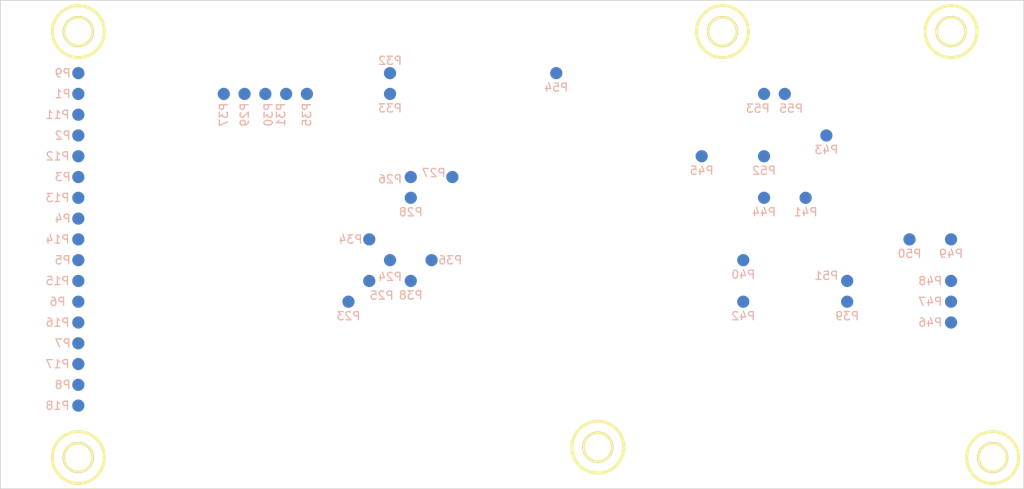
<source format=kicad_pcb>
(kicad_pcb (version 3) (host pcbnew "(2013-jul-07)-stable")

  (general
    (links 0)
    (no_connects 0)
    (area 59.004999 27.4574 185.2676 91.2876)
    (thickness 1.6)
    (drawings 7)
    (tracks 0)
    (zones 0)
    (modules 56)
    (nets 51)
  )

  (page A3)
  (layers
    (15 F.Cu signal)
    (2 Inner2.Cu power)
    (1 Inner1.Cu power)
    (0 B.Cu signal)
    (16 B.Adhes user)
    (17 F.Adhes user)
    (18 B.Paste user)
    (19 F.Paste user)
    (20 B.SilkS user)
    (21 F.SilkS user)
    (22 B.Mask user)
    (23 F.Mask user)
    (24 Dwgs.User user)
    (25 Cmts.User user)
    (26 Eco1.User user)
    (27 Eco2.User user)
    (28 Edge.Cuts user)
  )

  (setup
    (last_trace_width 0.254)
    (trace_clearance 0.2032)
    (zone_clearance 0.254)
    (zone_45_only no)
    (trace_min 0.254)
    (segment_width 0.15)
    (edge_width 0.1)
    (via_size 0.889)
    (via_drill 0.635)
    (via_min_size 0.889)
    (via_min_drill 0.508)
    (uvia_size 0.508)
    (uvia_drill 0.127)
    (uvias_allowed no)
    (uvia_min_size 0.508)
    (uvia_min_drill 0.127)
    (pcb_text_width 0.3)
    (pcb_text_size 1.5 1.5)
    (mod_edge_width 0.15)
    (mod_text_size 1 1)
    (mod_text_width 0.15)
    (pad_size 3.7973 3.7973)
    (pad_drill 3.175)
    (pad_to_mask_clearance 0)
    (aux_axis_origin 0 0)
    (visible_elements 7FFFFFFF)
    (pcbplotparams
      (layerselection 3178497)
      (usegerberextensions true)
      (excludeedgelayer true)
      (linewidth 0.150000)
      (plotframeref false)
      (viasonmask false)
      (mode 1)
      (useauxorigin false)
      (hpglpennumber 1)
      (hpglpenspeed 20)
      (hpglpendiameter 15)
      (hpglpenoverlay 2)
      (psnegative false)
      (psa4output false)
      (plotreference true)
      (plotvalue true)
      (plotothertext true)
      (plotinvisibletext false)
      (padsonsilk false)
      (subtractmaskfromsilk false)
      (outputformat 1)
      (mirror false)
      (drillshape 1)
      (scaleselection 1)
      (outputdirectory ""))
  )

  (net 0 "")
  (net 1 +3.3V)
  (net 2 +5V)
  (net 3 /3.3V_ISO)
  (net 4 /ADS129x_CLK_ISO)
  (net 5 /ADS129x_DAISY_IN_ISO)
  (net 6 /ADS129x_DOUT)
  (net 7 /ADS129x_DOUT_ISO)
  (net 8 /ADS129x_GPIO1_ISO)
  (net 9 /ADS129x_GPIO2_ISO)
  (net 10 /ADS129x_GPIO3_ISO)
  (net 11 /ADS129x_GPIO4_ISO)
  (net 12 /ADS129x_MOSI_ISO)
  (net 13 /ADS129x_SCLK_ISO)
  (net 14 /ADS129x_~CS~)
  (net 15 /ADS129x_~CS~_ISO)
  (net 16 /ADS129x_~DRDY~)
  (net 17 /ADS129x_~DRDY~_ISO)
  (net 18 /ARDUINO_VCC)
  (net 19 /BIASINV)
  (net 20 /BIASOUT_FILT)
  (net 21 /DGND_ISO)
  (net 22 /IN1N)
  (net 23 /IN1P)
  (net 24 /IN2N)
  (net 25 /IN2P)
  (net 26 /IN3N)
  (net 27 /IN3P)
  (net 28 /IN4N)
  (net 29 /IN4P)
  (net 30 /IN5N)
  (net 31 /IN5P)
  (net 32 /IN6N)
  (net 33 /IN6P)
  (net 34 /IN7N)
  (net 35 /IN7P)
  (net 36 /IN8N)
  (net 37 /IN8P)
  (net 38 /MASTER)
  (net 39 /MASTER_AND_MASTER_CS)
  (net 40 /MASTER_ISO)
  (net 41 /MASTER_~CS~)
  (net 42 /MASTER_~DRDY~)
  (net 43 /MISO)
  (net 44 /MOSI)
  (net 45 /SCLK)
  (net 46 /SLAVE_AND_SLAVE_CS)
  (net 47 /SLAVE_~CS~)
  (net 48 /VIN_ISO)
  (net 49 /~MASTER~)
  (net 50 GND)

  (net_class Default "This is the default net class."
    (clearance 0.2032)
    (trace_width 0.254)
    (via_dia 0.889)
    (via_drill 0.635)
    (uvia_dia 0.508)
    (uvia_drill 0.127)
    (add_net "")
    (add_net /ADS129x_CLK_ISO)
    (add_net /ADS129x_DAISY_IN_ISO)
    (add_net /ADS129x_DOUT)
    (add_net /ADS129x_DOUT_ISO)
    (add_net /ADS129x_GPIO1_ISO)
    (add_net /ADS129x_GPIO2_ISO)
    (add_net /ADS129x_GPIO3_ISO)
    (add_net /ADS129x_GPIO4_ISO)
    (add_net /ADS129x_MOSI_ISO)
    (add_net /ADS129x_SCLK_ISO)
    (add_net /ADS129x_~CS~)
    (add_net /ADS129x_~CS~_ISO)
    (add_net /ADS129x_~DRDY~)
    (add_net /ADS129x_~DRDY~_ISO)
    (add_net /BIASINV)
    (add_net /BIASOUT_FILT)
    (add_net /IN1N)
    (add_net /IN1P)
    (add_net /IN2N)
    (add_net /IN2P)
    (add_net /IN3N)
    (add_net /IN3P)
    (add_net /IN4N)
    (add_net /IN4P)
    (add_net /IN5N)
    (add_net /IN5P)
    (add_net /IN6N)
    (add_net /IN6P)
    (add_net /IN7N)
    (add_net /IN7P)
    (add_net /IN8N)
    (add_net /IN8P)
    (add_net /MASTER)
    (add_net /MASTER_AND_MASTER_CS)
    (add_net /MASTER_ISO)
    (add_net /MASTER_~CS~)
    (add_net /MASTER_~DRDY~)
    (add_net /MISO)
    (add_net /MOSI)
    (add_net /SCLK)
    (add_net /SLAVE_AND_SLAVE_CS)
    (add_net /SLAVE_~CS~)
    (add_net /~MASTER~)
  )

  (net_class Power ""
    (clearance 0.2032)
    (trace_width 0.508)
    (via_dia 0.889)
    (via_drill 0.635)
    (uvia_dia 0.508)
    (uvia_drill 0.127)
    (add_net +3.3V)
    (add_net +5V)
    (add_net /3.3V_ISO)
    (add_net /ARDUINO_VCC)
    (add_net /DGND_ISO)
    (add_net /VIN_ISO)
    (add_net GND)
  )

  (module Hole_M3 (layer F.Cu) (tedit 54F36482) (tstamp 54FB5415)
    (at 132.08 83.82)
    (path Hole_M3)
    (fp_text reference Hole_M3 (at 0 -4.445) (layer F.SilkS) hide
      (effects (font (size 1.524 1.524) (thickness 0.3048)))
    )
    (fp_text value VAL** (at 0 5.08) (layer F.SilkS) hide
      (effects (font (size 1.524 1.524) (thickness 0.3048)))
    )
    (fp_circle (center 0 0) (end 0 3.175) (layer F.SilkS) (width 0.381))
    (pad "" np_thru_hole circle (at 0 0) (size 3.7973 3.7973) (drill 3.175)
      (layers *.Cu *.Mask F.SilkS)
    )
  )

  (module Hole_M3 (layer F.Cu) (tedit 54F36482) (tstamp 54FB540A)
    (at 175.26 33.02)
    (path Hole_M3)
    (fp_text reference Hole_M3 (at 0 -4.445) (layer F.SilkS) hide
      (effects (font (size 1.524 1.524) (thickness 0.3048)))
    )
    (fp_text value VAL** (at 0 5.08) (layer F.SilkS) hide
      (effects (font (size 1.524 1.524) (thickness 0.3048)))
    )
    (fp_circle (center 0 0) (end 0 3.175) (layer F.SilkS) (width 0.381))
    (pad "" np_thru_hole circle (at 0 0) (size 3.7973 3.7973) (drill 3.175)
      (layers *.Cu *.Mask F.SilkS)
    )
  )

  (module Hole_M3 (layer F.Cu) (tedit 54F36482) (tstamp 54FB53F4)
    (at 180.34 85.09)
    (path Hole_M3)
    (fp_text reference Hole_M3 (at 0 -4.445) (layer F.SilkS) hide
      (effects (font (size 1.524 1.524) (thickness 0.3048)))
    )
    (fp_text value VAL** (at 0 5.08) (layer F.SilkS) hide
      (effects (font (size 1.524 1.524) (thickness 0.3048)))
    )
    (fp_circle (center 0 0) (end 0 3.175) (layer F.SilkS) (width 0.381))
    (pad "" np_thru_hole circle (at 0 0) (size 3.7973 3.7973) (drill 3.175)
      (layers *.Cu *.Mask F.SilkS)
    )
  )

  (module Hole_M3 (layer F.Cu) (tedit 54F36482) (tstamp 54FAF489)
    (at 68.58 33.02)
    (path Hole_M3)
    (fp_text reference Hole_M3 (at 0 -4.445) (layer F.SilkS) hide
      (effects (font (size 1.524 1.524) (thickness 0.3048)))
    )
    (fp_text value VAL** (at 0 5.08) (layer F.SilkS) hide
      (effects (font (size 1.524 1.524) (thickness 0.3048)))
    )
    (fp_circle (center 0 0) (end 0 3.175) (layer F.SilkS) (width 0.381))
    (pad "" np_thru_hole circle (at 0 0) (size 3.7973 3.7973) (drill 3.175)
      (layers *.Cu *.Mask F.SilkS)
    )
  )

  (module Hole_M3 (layer F.Cu) (tedit 54F3646A) (tstamp 54F35714)
    (at 68.58 85.09)
    (path Hole_M3)
    (fp_text reference Hole_M3 (at 0 -4.445) (layer F.SilkS) hide
      (effects (font (size 1.524 1.524) (thickness 0.3048)))
    )
    (fp_text value VAL** (at 0 5.08) (layer F.SilkS) hide
      (effects (font (size 1.524 1.524) (thickness 0.3048)))
    )
    (fp_circle (center 0 0) (end 0 3.175) (layer F.SilkS) (width 0.381))
    (pad "" np_thru_hole circle (at 0 0) (size 3.7973 3.7973) (drill 3.175)
      (layers *.Cu *.Mask F.SilkS)
    )
  )

  (module Hole_M3 (layer F.Cu) (tedit 54F36482) (tstamp 54F35667)
    (at 147.32 33.02)
    (path Hole_M3)
    (fp_text reference Hole_M3 (at 0 -4.445) (layer F.SilkS) hide
      (effects (font (size 1.524 1.524) (thickness 0.3048)))
    )
    (fp_text value VAL** (at 0 5.08) (layer F.SilkS) hide
      (effects (font (size 1.524 1.524) (thickness 0.3048)))
    )
    (fp_circle (center 0 0) (end 0 3.175) (layer F.SilkS) (width 0.381))
    (pad "" np_thru_hole circle (at 0 0) (size 3.7973 3.7973) (drill 3.175)
      (layers *.Cu *.Mask F.SilkS)
    )
  )

  (module POGO_PAD (layer B.Cu) (tedit 54FA5F50) (tstamp 548C672C)
    (at 68.58 71.12)
    (path /544BA2E1)
    (fp_text reference P7 (at -1.905 0) (layer B.SilkS)
      (effects (font (size 1 1) (thickness 0.15)) (justify mirror))
    )
    (fp_text value CONN_1 (at 0 -1.725) (layer B.SilkS) hide
      (effects (font (size 1 1) (thickness 0.15)) (justify mirror))
    )
    (pad 1 smd circle (at 0 0) (size 1.5 1.5)
      (layers B.Cu B.Paste B.Mask)
      (net 24 /IN2N)
    )
  )

  (module POGO_PAD (layer B.Cu) (tedit 54FA5F5D) (tstamp 548C6731)
    (at 68.58 76.2)
    (path /544BA2E7)
    (fp_text reference P8 (at -1.905 0) (layer B.SilkS)
      (effects (font (size 1 1) (thickness 0.15)) (justify mirror))
    )
    (fp_text value CONN_1 (at 0 -1.725) (layer B.SilkS) hide
      (effects (font (size 1 1) (thickness 0.15)) (justify mirror))
    )
    (pad 1 smd circle (at 0 0) (size 1.5 1.5)
      (layers B.Cu B.Paste B.Mask)
      (net 22 /IN1N)
    )
  )

  (module POGO_PAD (layer B.Cu) (tedit 54FA5F3C) (tstamp 548C6736)
    (at 68.58 63.5)
    (path /544BA305)
    (fp_text reference P15 (at -2.54 0) (layer B.SilkS)
      (effects (font (size 1 1) (thickness 0.15)) (justify mirror))
    )
    (fp_text value CONN_1 (at 0 -1.725) (layer B.SilkS) hide
      (effects (font (size 1 1) (thickness 0.15)) (justify mirror))
    )
    (pad 1 smd circle (at 0 0) (size 1.5 1.5)
      (layers B.Cu B.Paste B.Mask)
      (net 29 /IN4P)
    )
  )

  (module POGO_PAD (layer B.Cu) (tedit 54FA5EE0) (tstamp 54FA6130)
    (at 68.58 43.18)
    (path /544BA2ED)
    (fp_text reference P11 (at -2.54 0) (layer B.SilkS)
      (effects (font (size 1 1) (thickness 0.15)) (justify mirror))
    )
    (fp_text value CONN_1 (at 0 -1.725) (layer B.SilkS) hide
      (effects (font (size 1 1) (thickness 0.15)) (justify mirror))
    )
    (pad 1 smd circle (at 0 0) (size 1.5 1.5)
      (layers B.Cu B.Paste B.Mask)
      (net 37 /IN8P)
    )
  )

  (module POGO_PAD (layer B.Cu) (tedit 54FA5EEB) (tstamp 548C6740)
    (at 68.58 48.26)
    (path /544BA2F3)
    (fp_text reference P12 (at -2.54 0) (layer B.SilkS)
      (effects (font (size 1 1) (thickness 0.15)) (justify mirror))
    )
    (fp_text value CONN_1 (at 0 -1.725) (layer B.SilkS) hide
      (effects (font (size 1 1) (thickness 0.15)) (justify mirror))
    )
    (pad 1 smd circle (at 0 0) (size 1.5 1.5)
      (layers B.Cu B.Paste B.Mask)
      (net 35 /IN7P)
    )
  )

  (module POGO_PAD (layer B.Cu) (tedit 54FA5EF7) (tstamp 548C6745)
    (at 68.58 53.34)
    (path /544BA2F9)
    (fp_text reference P13 (at -2.54 0) (layer B.SilkS)
      (effects (font (size 1 1) (thickness 0.15)) (justify mirror))
    )
    (fp_text value CONN_1 (at 0 -1.725) (layer B.SilkS) hide
      (effects (font (size 1 1) (thickness 0.15)) (justify mirror))
    )
    (pad 1 smd circle (at 0 0) (size 1.5 1.5)
      (layers B.Cu B.Paste B.Mask)
      (net 33 /IN6P)
    )
  )

  (module POGO_PAD (layer B.Cu) (tedit 54FA5F37) (tstamp 548C674A)
    (at 68.58 58.42)
    (path /544BA2FF)
    (fp_text reference P14 (at -2.54 0) (layer B.SilkS)
      (effects (font (size 1 1) (thickness 0.15)) (justify mirror))
    )
    (fp_text value CONN_1 (at 0 -1.725) (layer B.SilkS) hide
      (effects (font (size 1 1) (thickness 0.15)) (justify mirror))
    )
    (pad 1 smd circle (at 0 0) (size 1.5 1.5)
      (layers B.Cu B.Paste B.Mask)
      (net 31 /IN5P)
    )
  )

  (module POGO_PAD (layer B.Cu) (tedit 545E35FF) (tstamp 548C674F)
    (at 170.18 58.42)
    (path /544BA597)
    (fp_text reference P50 (at 0 1.75) (layer B.SilkS)
      (effects (font (size 1 1) (thickness 0.15)) (justify mirror))
    )
    (fp_text value CONN_1 (at 0 -1.725) (layer B.SilkS) hide
      (effects (font (size 1 1) (thickness 0.15)) (justify mirror))
    )
    (pad 1 smd circle (at 0 0) (size 1.5 1.5)
      (layers B.Cu B.Paste B.Mask)
      (net 41 /MASTER_~CS~)
    )
  )

  (module POGO_PAD (layer B.Cu) (tedit 54FA5F31) (tstamp 548C6754)
    (at 68.58 66.04)
    (path /544BA2DB)
    (fp_text reference P6 (at -2.54 0) (layer B.SilkS)
      (effects (font (size 1 1) (thickness 0.15)) (justify mirror))
    )
    (fp_text value CONN_1 (at 0 -1.725) (layer B.SilkS) hide
      (effects (font (size 1 1) (thickness 0.15)) (justify mirror))
    )
    (pad 1 smd circle (at 0 0) (size 1.5 1.5)
      (layers B.Cu B.Paste B.Mask)
      (net 26 /IN3N)
    )
  )

  (module POGO_PAD (layer B.Cu) (tedit 54FA5F3A) (tstamp 548C6759)
    (at 68.58 60.96)
    (path /544BA2D5)
    (fp_text reference P5 (at -1.905 0) (layer B.SilkS)
      (effects (font (size 1 1) (thickness 0.15)) (justify mirror))
    )
    (fp_text value CONN_1 (at 0 -1.725) (layer B.SilkS) hide
      (effects (font (size 1 1) (thickness 0.15)) (justify mirror))
    )
    (pad 1 smd circle (at 0 0) (size 1.5 1.5)
      (layers B.Cu B.Paste B.Mask)
      (net 28 /IN4N)
    )
  )

  (module POGO_PAD (layer B.Cu) (tedit 54FA5EFC) (tstamp 548C675E)
    (at 68.58 55.88)
    (path /544BA2CF)
    (fp_text reference P4 (at -1.905 0) (layer B.SilkS)
      (effects (font (size 1 1) (thickness 0.15)) (justify mirror))
    )
    (fp_text value CONN_1 (at 0 -1.725) (layer B.SilkS) hide
      (effects (font (size 1 1) (thickness 0.15)) (justify mirror))
    )
    (pad 1 smd circle (at 0 0) (size 1.5 1.5)
      (layers B.Cu B.Paste B.Mask)
      (net 30 /IN5N)
    )
  )

  (module POGO_PAD (layer B.Cu) (tedit 54FA5EF4) (tstamp 548C6763)
    (at 68.58 50.8)
    (path /544BA2C9)
    (fp_text reference P3 (at -1.905 0) (layer B.SilkS)
      (effects (font (size 1 1) (thickness 0.15)) (justify mirror))
    )
    (fp_text value CONN_1 (at 0 -1.725) (layer B.SilkS) hide
      (effects (font (size 1 1) (thickness 0.15)) (justify mirror))
    )
    (pad 1 smd circle (at 0 0) (size 1.5 1.5)
      (layers B.Cu B.Paste B.Mask)
      (net 32 /IN6N)
    )
  )

  (module POGO_PAD (layer B.Cu) (tedit 54FA5EE6) (tstamp 54FA612A)
    (at 68.58 45.72)
    (path /544BA2C3)
    (fp_text reference P2 (at -1.905 0) (layer B.SilkS)
      (effects (font (size 1 1) (thickness 0.15)) (justify mirror))
    )
    (fp_text value CONN_1 (at 0 -1.725) (layer B.SilkS) hide
      (effects (font (size 1 1) (thickness 0.15)) (justify mirror))
    )
    (pad 1 smd circle (at 0 0) (size 1.5 1.5)
      (layers B.Cu B.Paste B.Mask)
      (net 34 /IN7N)
    )
  )

  (module POGO_PAD (layer B.Cu) (tedit 54FA5EDC) (tstamp 54FA6136)
    (at 68.58 40.64)
    (path /544BA2B6)
    (fp_text reference P1 (at -1.905 0) (layer B.SilkS)
      (effects (font (size 1 1) (thickness 0.15)) (justify mirror))
    )
    (fp_text value CONN_1 (at 0 -1.725) (layer B.SilkS) hide
      (effects (font (size 1 1) (thickness 0.15)) (justify mirror))
    )
    (pad 1 smd circle (at 0 0) (size 1.5 1.5)
      (layers B.Cu B.Paste B.Mask)
      (net 36 /IN8N)
    )
  )

  (module POGO_PAD (layer B.Cu) (tedit 545E35FF) (tstamp 548C6772)
    (at 109.22 63.5)
    (path /544BA1D2)
    (fp_text reference P38 (at 0 1.75) (layer B.SilkS)
      (effects (font (size 1 1) (thickness 0.15)) (justify mirror))
    )
    (fp_text value CONN_1 (at 0 -1.725) (layer B.SilkS) hide
      (effects (font (size 1 1) (thickness 0.15)) (justify mirror))
    )
    (pad 1 smd circle (at 0 0) (size 1.5 1.5)
      (layers B.Cu B.Paste B.Mask)
      (net 4 /ADS129x_CLK_ISO)
    )
  )

  (module POGO_PAD (layer B.Cu) (tedit 54FA5F56) (tstamp 548C6777)
    (at 68.58 68.58)
    (path /544BA30B)
    (fp_text reference P16 (at -2.54 0) (layer B.SilkS)
      (effects (font (size 1 1) (thickness 0.15)) (justify mirror))
    )
    (fp_text value CONN_1 (at 0 -1.725) (layer B.SilkS) hide
      (effects (font (size 1 1) (thickness 0.15)) (justify mirror))
    )
    (pad 1 smd circle (at 0 0) (size 1.5 1.5)
      (layers B.Cu B.Paste B.Mask)
      (net 27 /IN3P)
    )
  )

  (module POGO_PAD (layer B.Cu) (tedit 54FA5F4C) (tstamp 548C677C)
    (at 68.58 73.66)
    (path /544BA311)
    (fp_text reference P17 (at -2.54 0) (layer B.SilkS)
      (effects (font (size 1 1) (thickness 0.15)) (justify mirror))
    )
    (fp_text value CONN_1 (at 0 -1.725) (layer B.SilkS) hide
      (effects (font (size 1 1) (thickness 0.15)) (justify mirror))
    )
    (pad 1 smd circle (at 0 0) (size 1.5 1.5)
      (layers B.Cu B.Paste B.Mask)
      (net 25 /IN2P)
    )
  )

  (module POGO_PAD (layer B.Cu) (tedit 54FA5F61) (tstamp 548C6781)
    (at 68.58 78.74)
    (path /544BA317)
    (fp_text reference P18 (at -2.54 0) (layer B.SilkS)
      (effects (font (size 1 1) (thickness 0.15)) (justify mirror))
    )
    (fp_text value CONN_1 (at 0 -1.725) (layer B.SilkS) hide
      (effects (font (size 1 1) (thickness 0.15)) (justify mirror))
    )
    (pad 1 smd circle (at 0 0) (size 1.5 1.5)
      (layers B.Cu B.Paste B.Mask)
      (net 23 /IN1P)
    )
  )

  (module POGO_PAD (layer B.Cu) (tedit 54FA5ED9) (tstamp 54FA613C)
    (at 68.58 38.1)
    (path /544BA31D)
    (fp_text reference P9 (at -1.905 0) (layer B.SilkS)
      (effects (font (size 1 1) (thickness 0.15)) (justify mirror))
    )
    (fp_text value CONN_1 (at 0 -1.725) (layer B.SilkS) hide
      (effects (font (size 1 1) (thickness 0.15)) (justify mirror))
    )
    (pad 1 smd circle (at 0 0) (size 1.5 1.5)
      (layers B.Cu B.Paste B.Mask)
      (net 20 /BIASOUT_FILT)
    )
  )

  (module POGO_PAD (layer B.Cu) (tedit 54FAE4F5) (tstamp 548C678B)
    (at 175.26 68.58)
    (path /544BA57F)
    (fp_text reference P46 (at -2.54 0) (layer B.SilkS)
      (effects (font (size 1 1) (thickness 0.15)) (justify mirror))
    )
    (fp_text value CONN_1 (at 0 -1.725) (layer B.SilkS) hide
      (effects (font (size 1 1) (thickness 0.15)) (justify mirror))
    )
    (pad 1 smd circle (at 0 0) (size 1.5 1.5)
      (layers B.Cu B.Paste B.Mask)
      (net 18 /ARDUINO_VCC)
    )
  )

  (module POGO_PAD (layer B.Cu) (tedit 54FAE4E9) (tstamp 548C6790)
    (at 175.26 66.04)
    (path /544BA585)
    (fp_text reference P47 (at -2.54 0) (layer B.SilkS)
      (effects (font (size 1 1) (thickness 0.15)) (justify mirror))
    )
    (fp_text value CONN_1 (at 0 -1.725) (layer B.SilkS) hide
      (effects (font (size 1 1) (thickness 0.15)) (justify mirror))
    )
    (pad 1 smd circle (at 0 0) (size 1.5 1.5)
      (layers B.Cu B.Paste B.Mask)
      (net 1 +3.3V)
    )
  )

  (module POGO_PAD (layer B.Cu) (tedit 54FAE4E0) (tstamp 548C6795)
    (at 175.26 63.5)
    (path /544BA58B)
    (fp_text reference P48 (at -2.54 0) (layer B.SilkS)
      (effects (font (size 1 1) (thickness 0.15)) (justify mirror))
    )
    (fp_text value CONN_1 (at 0 -1.725) (layer B.SilkS) hide
      (effects (font (size 1 1) (thickness 0.15)) (justify mirror))
    )
    (pad 1 smd circle (at 0 0) (size 1.5 1.5)
      (layers B.Cu B.Paste B.Mask)
      (net 2 +5V)
    )
  )

  (module POGO_PAD (layer B.Cu) (tedit 545E35FF) (tstamp 548C679A)
    (at 175.26 58.42)
    (path /544BA591)
    (fp_text reference P49 (at 0 1.75) (layer B.SilkS)
      (effects (font (size 1 1) (thickness 0.15)) (justify mirror))
    )
    (fp_text value CONN_1 (at 0 -1.725) (layer B.SilkS) hide
      (effects (font (size 1 1) (thickness 0.15)) (justify mirror))
    )
    (pad 1 smd circle (at 0 0) (size 1.5 1.5)
      (layers B.Cu B.Paste B.Mask)
      (net 50 GND)
    )
  )

  (module POGO_PAD (layer B.Cu) (tedit 54FAE3F5) (tstamp 548C679F)
    (at 88.9 40.64)
    (path /544B9A52)
    (fp_text reference P29 (at 0 2.54 90) (layer B.SilkS)
      (effects (font (size 1 1) (thickness 0.15)) (justify mirror))
    )
    (fp_text value CONN_1 (at 0 -1.725) (layer B.SilkS) hide
      (effects (font (size 1 1) (thickness 0.15)) (justify mirror))
    )
    (pad 1 smd circle (at 0 0) (size 1.5 1.5)
      (layers B.Cu B.Paste B.Mask)
      (net 48 /VIN_ISO)
    )
  )

  (module POGO_PAD (layer B.Cu) (tedit 54FA5D7E) (tstamp 548C67A4)
    (at 162.56 63.5)
    (path /544BA59D)
    (fp_text reference P51 (at -2.54 -0.635) (layer B.SilkS)
      (effects (font (size 1 1) (thickness 0.15)) (justify mirror))
    )
    (fp_text value CONN_1 (at 0 -1.725) (layer B.SilkS) hide
      (effects (font (size 1 1) (thickness 0.15)) (justify mirror))
    )
    (pad 1 smd circle (at 0 0) (size 1.5 1.5)
      (layers B.Cu B.Paste B.Mask)
      (net 47 /SLAVE_~CS~)
    )
  )

  (module POGO_PAD (layer B.Cu) (tedit 545E35FF) (tstamp 548C67A9)
    (at 152.4 48.26)
    (path /544BA5A3)
    (fp_text reference P52 (at 0 1.75) (layer B.SilkS)
      (effects (font (size 1 1) (thickness 0.15)) (justify mirror))
    )
    (fp_text value CONN_1 (at 0 -1.725) (layer B.SilkS) hide
      (effects (font (size 1 1) (thickness 0.15)) (justify mirror))
    )
    (pad 1 smd circle (at 0 0) (size 1.5 1.5)
      (layers B.Cu B.Paste B.Mask)
      (net 42 /MASTER_~DRDY~)
    )
  )

  (module POGO_PAD (layer B.Cu) (tedit 54FA5DC4) (tstamp 548C67AE)
    (at 152.4 40.64)
    (path /544BA5B7)
    (fp_text reference P53 (at -0.762 1.778) (layer B.SilkS)
      (effects (font (size 1 1) (thickness 0.15)) (justify mirror))
    )
    (fp_text value CONN_1 (at 0 -1.725) (layer B.SilkS) hide
      (effects (font (size 1 1) (thickness 0.15)) (justify mirror))
    )
    (pad 1 smd circle (at 0 0) (size 1.5 1.5)
      (layers B.Cu B.Paste B.Mask)
      (net 43 /MISO)
    )
  )

  (module POGO_PAD (layer B.Cu) (tedit 545E35FF) (tstamp 548C67B3)
    (at 127 38.1)
    (path /544BA5BD)
    (fp_text reference P54 (at 0 1.75) (layer B.SilkS)
      (effects (font (size 1 1) (thickness 0.15)) (justify mirror))
    )
    (fp_text value CONN_1 (at 0 -1.725) (layer B.SilkS) hide
      (effects (font (size 1 1) (thickness 0.15)) (justify mirror))
    )
    (pad 1 smd circle (at 0 0) (size 1.5 1.5)
      (layers B.Cu B.Paste B.Mask)
      (net 44 /MOSI)
    )
  )

  (module POGO_PAD (layer B.Cu) (tedit 54FA5DC0) (tstamp 548C67B8)
    (at 154.94 40.64)
    (path /544BA5C3)
    (fp_text reference P55 (at 0.762 1.778) (layer B.SilkS)
      (effects (font (size 1 1) (thickness 0.15)) (justify mirror))
    )
    (fp_text value CONN_1 (at 0 -1.725) (layer B.SilkS) hide
      (effects (font (size 1 1) (thickness 0.15)) (justify mirror))
    )
    (pad 1 smd circle (at 0 0) (size 1.5 1.5)
      (layers B.Cu B.Paste B.Mask)
      (net 45 /SCLK)
    )
  )

  (module POGO_PAD (layer B.Cu) (tedit 54FAE483) (tstamp 548C67BD)
    (at 111.76 60.96)
    (path /544B9E2C)
    (fp_text reference P36 (at 2.286 0) (layer B.SilkS)
      (effects (font (size 1 1) (thickness 0.15)) (justify mirror))
    )
    (fp_text value CONN_1 (at 0 -1.725) (layer B.SilkS) hide
      (effects (font (size 1 1) (thickness 0.15)) (justify mirror))
    )
    (pad 1 smd circle (at 0 0) (size 1.5 1.5)
      (layers B.Cu B.Paste B.Mask)
      (net 5 /ADS129x_DAISY_IN_ISO)
    )
  )

  (module POGO_PAD (layer B.Cu) (tedit 545E35FF) (tstamp 548C67C2)
    (at 162.56 66.04)
    (path /5442A39A)
    (fp_text reference P39 (at 0 1.75) (layer B.SilkS)
      (effects (font (size 1 1) (thickness 0.15)) (justify mirror))
    )
    (fp_text value CONN_1 (at 0 -1.725) (layer B.SilkS) hide
      (effects (font (size 1 1) (thickness 0.15)) (justify mirror))
    )
    (pad 1 smd circle (at 0 0) (size 1.5 1.5)
      (layers B.Cu B.Paste B.Mask)
      (net 46 /SLAVE_AND_SLAVE_CS)
    )
  )

  (module POGO_PAD (layer B.Cu) (tedit 545E35FF) (tstamp 548C67C7)
    (at 149.86 60.96)
    (path /5442A3A9)
    (fp_text reference P40 (at 0 1.75) (layer B.SilkS)
      (effects (font (size 1 1) (thickness 0.15)) (justify mirror))
    )
    (fp_text value CONN_1 (at 0 -1.725) (layer B.SilkS) hide
      (effects (font (size 1 1) (thickness 0.15)) (justify mirror))
    )
    (pad 1 smd circle (at 0 0) (size 1.5 1.5)
      (layers B.Cu B.Paste B.Mask)
      (net 39 /MASTER_AND_MASTER_CS)
    )
  )

  (module POGO_PAD (layer B.Cu) (tedit 545E35FF) (tstamp 548C67CC)
    (at 157.48 53.34)
    (path /5442A3B8)
    (fp_text reference P41 (at 0 1.75) (layer B.SilkS)
      (effects (font (size 1 1) (thickness 0.15)) (justify mirror))
    )
    (fp_text value CONN_1 (at 0 -1.725) (layer B.SilkS) hide
      (effects (font (size 1 1) (thickness 0.15)) (justify mirror))
    )
    (pad 1 smd circle (at 0 0) (size 1.5 1.5)
      (layers B.Cu B.Paste B.Mask)
      (net 49 /~MASTER~)
    )
  )

  (module POGO_PAD (layer B.Cu) (tedit 545E35FF) (tstamp 548C67D1)
    (at 149.86 66.04)
    (path /5442A3D1)
    (fp_text reference P42 (at 0 1.75) (layer B.SilkS)
      (effects (font (size 1 1) (thickness 0.15)) (justify mirror))
    )
    (fp_text value CONN_1 (at 0 -1.725) (layer B.SilkS) hide
      (effects (font (size 1 1) (thickness 0.15)) (justify mirror))
    )
    (pad 1 smd circle (at 0 0) (size 1.5 1.5)
      (layers B.Cu B.Paste B.Mask)
      (net 14 /ADS129x_~CS~)
    )
  )

  (module POGO_PAD (layer B.Cu) (tedit 545E35FF) (tstamp 548C67D6)
    (at 160.02 45.72)
    (path /5442A3D7)
    (fp_text reference P43 (at 0 1.75) (layer B.SilkS)
      (effects (font (size 1 1) (thickness 0.15)) (justify mirror))
    )
    (fp_text value CONN_1 (at 0 -1.725) (layer B.SilkS) hide
      (effects (font (size 1 1) (thickness 0.15)) (justify mirror))
    )
    (pad 1 smd circle (at 0 0) (size 1.5 1.5)
      (layers B.Cu B.Paste B.Mask)
      (net 38 /MASTER)
    )
  )

  (module POGO_PAD (layer B.Cu) (tedit 545E35FF) (tstamp 548C67DB)
    (at 152.4 53.34)
    (path /5442A3DD)
    (fp_text reference P44 (at 0 1.75) (layer B.SilkS)
      (effects (font (size 1 1) (thickness 0.15)) (justify mirror))
    )
    (fp_text value CONN_1 (at 0 -1.725) (layer B.SilkS) hide
      (effects (font (size 1 1) (thickness 0.15)) (justify mirror))
    )
    (pad 1 smd circle (at 0 0) (size 1.5 1.5)
      (layers B.Cu B.Paste B.Mask)
      (net 6 /ADS129x_DOUT)
    )
  )

  (module POGO_PAD (layer B.Cu) (tedit 545E35FF) (tstamp 548C67E0)
    (at 144.78 48.26)
    (path /5442A3E3)
    (fp_text reference P45 (at 0 1.75) (layer B.SilkS)
      (effects (font (size 1 1) (thickness 0.15)) (justify mirror))
    )
    (fp_text value CONN_1 (at 0 -1.725) (layer B.SilkS) hide
      (effects (font (size 1 1) (thickness 0.15)) (justify mirror))
    )
    (pad 1 smd circle (at 0 0) (size 1.5 1.5)
      (layers B.Cu B.Paste B.Mask)
      (net 16 /ADS129x_~DRDY~)
    )
  )

  (module POGO_PAD (layer B.Cu) (tedit 545E35FF) (tstamp 548C67E5)
    (at 101.6 66.04)
    (path /5442A3E9)
    (fp_text reference P23 (at 0 1.75) (layer B.SilkS)
      (effects (font (size 1 1) (thickness 0.15)) (justify mirror))
    )
    (fp_text value CONN_1 (at 0 -1.725) (layer B.SilkS) hide
      (effects (font (size 1 1) (thickness 0.15)) (justify mirror))
    )
    (pad 1 smd circle (at 0 0) (size 1.5 1.5)
      (layers B.Cu B.Paste B.Mask)
      (net 12 /ADS129x_MOSI_ISO)
    )
  )

  (module POGO_PAD (layer B.Cu) (tedit 54FA5E0B) (tstamp 548C67EA)
    (at 106.68 60.96)
    (path /5442A3EF)
    (fp_text reference P24 (at 0 2.032) (layer B.SilkS)
      (effects (font (size 1 1) (thickness 0.15)) (justify mirror))
    )
    (fp_text value CONN_1 (at 0 -1.725) (layer B.SilkS) hide
      (effects (font (size 1 1) (thickness 0.15)) (justify mirror))
    )
    (pad 1 smd circle (at 0 0) (size 1.5 1.5)
      (layers B.Cu B.Paste B.Mask)
      (net 13 /ADS129x_SCLK_ISO)
    )
  )

  (module POGO_PAD (layer B.Cu) (tedit 54FA5DD4) (tstamp 548C67EF)
    (at 104.14 63.5)
    (path /5442A3F5)
    (fp_text reference P25 (at 1.524 1.778) (layer B.SilkS)
      (effects (font (size 1 1) (thickness 0.15)) (justify mirror))
    )
    (fp_text value CONN_1 (at 0 -1.725) (layer B.SilkS) hide
      (effects (font (size 1 1) (thickness 0.15)) (justify mirror))
    )
    (pad 1 smd circle (at 0 0) (size 1.5 1.5)
      (layers B.Cu B.Paste B.Mask)
      (net 15 /ADS129x_~CS~_ISO)
    )
  )

  (module POGO_PAD (layer B.Cu) (tedit 54FA5E28) (tstamp 548C67F4)
    (at 109.22 50.8)
    (path /5442A3FB)
    (fp_text reference P26 (at -2.54 0.254) (layer B.SilkS)
      (effects (font (size 1 1) (thickness 0.15)) (justify mirror))
    )
    (fp_text value CONN_1 (at 0 -1.725) (layer B.SilkS) hide
      (effects (font (size 1 1) (thickness 0.15)) (justify mirror))
    )
    (pad 1 smd circle (at 0 0) (size 1.5 1.5)
      (layers B.Cu B.Paste B.Mask)
      (net 40 /MASTER_ISO)
    )
  )

  (module POGO_PAD (layer B.Cu) (tedit 54FA5E44) (tstamp 54A7FD20)
    (at 114.3 50.8)
    (path /5442A401)
    (fp_text reference P27 (at -2.286 -0.508) (layer B.SilkS)
      (effects (font (size 1 1) (thickness 0.15)) (justify mirror))
    )
    (fp_text value CONN_1 (at 0 -1.725) (layer B.SilkS) hide
      (effects (font (size 1 1) (thickness 0.15)) (justify mirror))
    )
    (pad 1 smd circle (at 0 0) (size 1.5 1.5)
      (layers B.Cu B.Paste B.Mask)
      (net 7 /ADS129x_DOUT_ISO)
    )
  )

  (module POGO_PAD (layer B.Cu) (tedit 545E35FF) (tstamp 548C67FE)
    (at 109.22 53.34)
    (path /5442A407)
    (fp_text reference P28 (at 0 1.75) (layer B.SilkS)
      (effects (font (size 1 1) (thickness 0.15)) (justify mirror))
    )
    (fp_text value CONN_1 (at 0 -1.725) (layer B.SilkS) hide
      (effects (font (size 1 1) (thickness 0.15)) (justify mirror))
    )
    (pad 1 smd circle (at 0 0) (size 1.5 1.5)
      (layers B.Cu B.Paste B.Mask)
      (net 17 /ADS129x_~DRDY~_ISO)
    )
  )

  (module POGO_PAD (layer B.Cu) (tedit 54FAE418) (tstamp 548C6803)
    (at 91.44 40.64)
    (path /544B9A58)
    (fp_text reference P30 (at 0.381 2.54 90) (layer B.SilkS)
      (effects (font (size 1 1) (thickness 0.15)) (justify mirror))
    )
    (fp_text value CONN_1 (at 0 -1.725) (layer B.SilkS) hide
      (effects (font (size 1 1) (thickness 0.15)) (justify mirror))
    )
    (pad 1 smd circle (at 0 0) (size 1.5 1.5)
      (layers B.Cu B.Paste B.Mask)
      (net 3 /3.3V_ISO)
    )
  )

  (module POGO_PAD (layer B.Cu) (tedit 54FAE42C) (tstamp 548C6808)
    (at 93.98 40.64)
    (path /544B9A5E)
    (fp_text reference P31 (at -0.635 2.54 90) (layer B.SilkS)
      (effects (font (size 1 1) (thickness 0.15)) (justify mirror))
    )
    (fp_text value CONN_1 (at 0 -1.725) (layer B.SilkS) hide
      (effects (font (size 1 1) (thickness 0.15)) (justify mirror))
    )
    (pad 1 smd circle (at 0 0) (size 1.5 1.5)
      (layers B.Cu B.Paste B.Mask)
      (net 21 /DGND_ISO)
    )
  )

  (module POGO_PAD (layer B.Cu) (tedit 54FA5E65) (tstamp 548C680D)
    (at 106.68 38.1)
    (path /544B9D6F)
    (fp_text reference P32 (at 0 -1.524) (layer B.SilkS)
      (effects (font (size 1 1) (thickness 0.15)) (justify mirror))
    )
    (fp_text value CONN_1 (at 0 -1.725) (layer B.SilkS) hide
      (effects (font (size 1 1) (thickness 0.15)) (justify mirror))
    )
    (pad 1 smd circle (at 0 0) (size 1.5 1.5)
      (layers B.Cu B.Paste B.Mask)
      (net 8 /ADS129x_GPIO1_ISO)
    )
  )

  (module POGO_PAD (layer B.Cu) (tedit 545E35FF) (tstamp 548C6812)
    (at 106.68 40.64)
    (path /544B9D75)
    (fp_text reference P33 (at 0 1.75) (layer B.SilkS)
      (effects (font (size 1 1) (thickness 0.15)) (justify mirror))
    )
    (fp_text value CONN_1 (at 0 -1.725) (layer B.SilkS) hide
      (effects (font (size 1 1) (thickness 0.15)) (justify mirror))
    )
    (pad 1 smd circle (at 0 0) (size 1.5 1.5)
      (layers B.Cu B.Paste B.Mask)
      (net 9 /ADS129x_GPIO2_ISO)
    )
  )

  (module POGO_PAD (layer B.Cu) (tedit 54FAE497) (tstamp 548C6817)
    (at 104.14 58.42)
    (path /544B9D7B)
    (fp_text reference P34 (at -2.286 0) (layer B.SilkS)
      (effects (font (size 1 1) (thickness 0.15)) (justify mirror))
    )
    (fp_text value CONN_1 (at 0 -1.725) (layer B.SilkS) hide
      (effects (font (size 1 1) (thickness 0.15)) (justify mirror))
    )
    (pad 1 smd circle (at 0 0) (size 1.5 1.5)
      (layers B.Cu B.Paste B.Mask)
      (net 10 /ADS129x_GPIO3_ISO)
    )
  )

  (module POGO_PAD (layer B.Cu) (tedit 54FAE405) (tstamp 548C681C)
    (at 96.52 40.64)
    (path /544B9D81)
    (fp_text reference P35 (at 0 2.54 90) (layer B.SilkS)
      (effects (font (size 1 1) (thickness 0.15)) (justify mirror))
    )
    (fp_text value CONN_1 (at 0 -1.725) (layer B.SilkS) hide
      (effects (font (size 1 1) (thickness 0.15)) (justify mirror))
    )
    (pad 1 smd circle (at 0 0) (size 1.5 1.5)
      (layers B.Cu B.Paste B.Mask)
      (net 11 /ADS129x_GPIO4_ISO)
    )
  )

  (module POGO_PAD (layer B.Cu) (tedit 54FAE3E9) (tstamp 54C5193A)
    (at 86.36 40.64)
    (path /544BA1CC)
    (fp_text reference P37 (at 0 2.54 90) (layer B.SilkS)
      (effects (font (size 1 1) (thickness 0.15)) (justify mirror))
    )
    (fp_text value CONN_1 (at 0 -1.725) (layer B.SilkS) hide
      (effects (font (size 1 1) (thickness 0.15)) (justify mirror))
    )
    (pad 1 smd circle (at 0 0) (size 1.5 1.5)
      (layers B.Cu B.Paste B.Mask)
      (net 19 /BIASINV)
    )
  )

  (gr_line (start 61.595 88.9) (end 59.055 88.9) (angle 90) (layer Edge.Cuts) (width 0.1))
  (gr_line (start 61.595 29.21) (end 59.055 29.21) (angle 90) (layer Edge.Cuts) (width 0.1))
  (gr_line (start 184.15 29.21) (end 182.88 29.21) (angle 90) (layer Edge.Cuts) (width 0.1))
  (gr_line (start 184.15 88.9) (end 184.15 29.21) (angle 90) (layer Edge.Cuts) (width 0.1))
  (gr_line (start 61.595 88.9) (end 184.15 88.9) (angle 90) (layer Edge.Cuts) (width 0.1))
  (gr_line (start 59.055 29.21) (end 59.055 88.9) (angle 90) (layer Edge.Cuts) (width 0.1))
  (gr_line (start 61.595 29.21) (end 182.88 29.21) (angle 90) (layer Edge.Cuts) (width 0.1))

)

</source>
